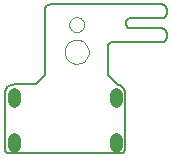
<source format=gbp>
G75*
G70*
%OFA0B0*%
%FSLAX24Y24*%
%IPPOS*%
%LPD*%
%AMOC8*
5,1,8,0,0,1.08239X$1,22.5*
%
%ADD10C,0.0050*%
%ADD11C,0.0000*%
%ADD12C,0.0004*%
%ADD13C,0.0433*%
D10*
X007438Y001887D02*
X007438Y003737D01*
X007440Y003771D01*
X007446Y003804D01*
X007455Y003836D01*
X007468Y003867D01*
X007484Y003897D01*
X007503Y003924D01*
X007526Y003949D01*
X007551Y003972D01*
X007578Y003991D01*
X007608Y004007D01*
X007639Y004020D01*
X007671Y004029D01*
X007704Y004035D01*
X007738Y004037D01*
X008481Y004037D01*
X008781Y004337D01*
X008781Y006554D01*
X008783Y006577D01*
X008788Y006600D01*
X008797Y006622D01*
X008810Y006642D01*
X008825Y006660D01*
X008843Y006675D01*
X008863Y006688D01*
X008885Y006697D01*
X008908Y006702D01*
X008931Y006704D01*
X012681Y006704D01*
X012704Y006702D01*
X012727Y006697D01*
X012749Y006688D01*
X012769Y006675D01*
X012787Y006660D01*
X012802Y006642D01*
X012815Y006622D01*
X012824Y006600D01*
X012829Y006577D01*
X012831Y006554D01*
X012831Y006404D01*
X012829Y006381D01*
X012824Y006358D01*
X012815Y006336D01*
X012802Y006316D01*
X012787Y006298D01*
X012769Y006283D01*
X012749Y006270D01*
X012727Y006261D01*
X012704Y006256D01*
X012681Y006254D01*
X011631Y006254D01*
X011608Y006252D01*
X011585Y006247D01*
X011563Y006238D01*
X011543Y006225D01*
X011525Y006210D01*
X011510Y006192D01*
X011497Y006172D01*
X011488Y006150D01*
X011483Y006127D01*
X011481Y006104D01*
X011481Y006054D01*
X011483Y006031D01*
X011488Y006008D01*
X011497Y005986D01*
X011510Y005966D01*
X011525Y005948D01*
X011543Y005933D01*
X011563Y005920D01*
X011585Y005911D01*
X011608Y005906D01*
X011631Y005904D01*
X012681Y005904D01*
X012704Y005902D01*
X012727Y005897D01*
X012749Y005888D01*
X012769Y005875D01*
X012787Y005860D01*
X012802Y005842D01*
X012815Y005822D01*
X012824Y005800D01*
X012829Y005777D01*
X012831Y005754D01*
X012831Y005604D01*
X012829Y005581D01*
X012824Y005558D01*
X012815Y005536D01*
X012802Y005516D01*
X012787Y005498D01*
X012769Y005483D01*
X012749Y005470D01*
X012727Y005461D01*
X012704Y005456D01*
X012681Y005454D01*
X011031Y005454D01*
X011008Y005452D01*
X010985Y005447D01*
X010963Y005438D01*
X010943Y005425D01*
X010925Y005410D01*
X010910Y005392D01*
X010897Y005372D01*
X010888Y005350D01*
X010883Y005327D01*
X010881Y005304D01*
X010881Y004337D01*
X011181Y004037D01*
X011182Y004037D02*
X011213Y004033D01*
X011243Y004025D01*
X011272Y004014D01*
X011300Y004000D01*
X011326Y003983D01*
X011351Y003963D01*
X011372Y003940D01*
X011391Y003915D01*
X011407Y003888D01*
X011420Y003860D01*
X011430Y003830D01*
X011436Y003800D01*
X011439Y003768D01*
X011438Y003737D01*
X011438Y001887D01*
X011436Y001864D01*
X011431Y001841D01*
X011422Y001819D01*
X011409Y001799D01*
X011394Y001781D01*
X011376Y001766D01*
X011356Y001753D01*
X011334Y001744D01*
X011311Y001739D01*
X011288Y001737D01*
X007588Y001737D01*
X007565Y001739D01*
X007542Y001744D01*
X007520Y001753D01*
X007500Y001766D01*
X007482Y001781D01*
X007467Y001799D01*
X007454Y001819D01*
X007445Y001841D01*
X007440Y001864D01*
X007438Y001887D01*
D11*
X009431Y005127D02*
X009433Y005167D01*
X009439Y005206D01*
X009449Y005245D01*
X009462Y005282D01*
X009480Y005318D01*
X009501Y005352D01*
X009525Y005384D01*
X009552Y005413D01*
X009582Y005440D01*
X009614Y005463D01*
X009649Y005483D01*
X009685Y005499D01*
X009723Y005512D01*
X009762Y005521D01*
X009801Y005526D01*
X009841Y005527D01*
X009881Y005524D01*
X009920Y005517D01*
X009958Y005506D01*
X009996Y005492D01*
X010031Y005473D01*
X010064Y005452D01*
X010096Y005427D01*
X010124Y005399D01*
X010150Y005369D01*
X010172Y005336D01*
X010191Y005301D01*
X010207Y005264D01*
X010219Y005226D01*
X010227Y005187D01*
X010231Y005147D01*
X010231Y005107D01*
X010227Y005067D01*
X010219Y005028D01*
X010207Y004990D01*
X010191Y004953D01*
X010172Y004918D01*
X010150Y004885D01*
X010124Y004855D01*
X010096Y004827D01*
X010064Y004802D01*
X010031Y004781D01*
X009996Y004762D01*
X009958Y004748D01*
X009920Y004737D01*
X009881Y004730D01*
X009841Y004727D01*
X009801Y004728D01*
X009762Y004733D01*
X009723Y004742D01*
X009685Y004755D01*
X009649Y004771D01*
X009614Y004791D01*
X009582Y004814D01*
X009552Y004841D01*
X009525Y004870D01*
X009501Y004902D01*
X009480Y004936D01*
X009462Y004972D01*
X009449Y005009D01*
X009439Y005048D01*
X009433Y005087D01*
X009431Y005127D01*
X009581Y006031D02*
X009583Y006062D01*
X009589Y006093D01*
X009599Y006123D01*
X009612Y006151D01*
X009629Y006178D01*
X009649Y006202D01*
X009672Y006224D01*
X009697Y006242D01*
X009725Y006257D01*
X009754Y006269D01*
X009784Y006277D01*
X009815Y006281D01*
X009847Y006281D01*
X009878Y006277D01*
X009908Y006269D01*
X009937Y006257D01*
X009965Y006242D01*
X009990Y006224D01*
X010013Y006202D01*
X010033Y006178D01*
X010050Y006151D01*
X010063Y006123D01*
X010073Y006093D01*
X010079Y006062D01*
X010081Y006031D01*
X010079Y006000D01*
X010073Y005969D01*
X010063Y005939D01*
X010050Y005911D01*
X010033Y005884D01*
X010013Y005860D01*
X009990Y005838D01*
X009965Y005820D01*
X009937Y005805D01*
X009908Y005793D01*
X009878Y005785D01*
X009847Y005781D01*
X009815Y005781D01*
X009784Y005785D01*
X009754Y005793D01*
X009725Y005805D01*
X009697Y005820D01*
X009672Y005838D01*
X009649Y005860D01*
X009629Y005884D01*
X009612Y005911D01*
X009599Y005939D01*
X009589Y005969D01*
X009583Y006000D01*
X009581Y006031D01*
D12*
X011030Y003733D02*
X011030Y003489D01*
X011031Y003489D02*
X011033Y003469D01*
X011038Y003450D01*
X011047Y003432D01*
X011059Y003416D01*
X011074Y003403D01*
X011091Y003392D01*
X011109Y003385D01*
X011129Y003381D01*
X011149Y003381D01*
X011169Y003385D01*
X011187Y003392D01*
X011204Y003403D01*
X011219Y003416D01*
X011231Y003432D01*
X011240Y003450D01*
X011245Y003469D01*
X011247Y003489D01*
X011247Y003733D01*
X011245Y003753D01*
X011240Y003772D01*
X011231Y003790D01*
X011219Y003806D01*
X011204Y003819D01*
X011187Y003830D01*
X011169Y003837D01*
X011149Y003841D01*
X011129Y003841D01*
X011109Y003837D01*
X011091Y003830D01*
X011074Y003819D01*
X011059Y003806D01*
X011047Y003790D01*
X011038Y003772D01*
X011033Y003753D01*
X011031Y003733D01*
X011030Y002237D02*
X011030Y001993D01*
X011031Y001993D02*
X011033Y001973D01*
X011038Y001954D01*
X011047Y001936D01*
X011059Y001920D01*
X011074Y001907D01*
X011091Y001896D01*
X011109Y001889D01*
X011129Y001885D01*
X011149Y001885D01*
X011169Y001889D01*
X011187Y001896D01*
X011204Y001907D01*
X011219Y001920D01*
X011231Y001936D01*
X011240Y001954D01*
X011245Y001973D01*
X011247Y001993D01*
X011247Y002237D01*
X011245Y002257D01*
X011240Y002276D01*
X011231Y002294D01*
X011219Y002310D01*
X011204Y002323D01*
X011187Y002334D01*
X011169Y002341D01*
X011149Y002345D01*
X011129Y002345D01*
X011109Y002341D01*
X011091Y002334D01*
X011074Y002323D01*
X011059Y002310D01*
X011047Y002294D01*
X011038Y002276D01*
X011033Y002257D01*
X011031Y002237D01*
X007845Y002237D02*
X007845Y001993D01*
X007843Y001973D01*
X007838Y001954D01*
X007829Y001936D01*
X007817Y001920D01*
X007802Y001907D01*
X007785Y001896D01*
X007767Y001889D01*
X007747Y001885D01*
X007727Y001885D01*
X007707Y001889D01*
X007689Y001896D01*
X007672Y001907D01*
X007657Y001920D01*
X007645Y001936D01*
X007636Y001954D01*
X007631Y001973D01*
X007629Y001993D01*
X007629Y002237D01*
X007631Y002257D01*
X007636Y002276D01*
X007645Y002294D01*
X007657Y002310D01*
X007672Y002323D01*
X007689Y002334D01*
X007707Y002341D01*
X007727Y002345D01*
X007747Y002345D01*
X007767Y002341D01*
X007785Y002334D01*
X007802Y002323D01*
X007817Y002310D01*
X007829Y002294D01*
X007838Y002276D01*
X007843Y002257D01*
X007845Y002237D01*
X007845Y003489D02*
X007845Y003733D01*
X007843Y003753D01*
X007838Y003772D01*
X007829Y003790D01*
X007817Y003806D01*
X007802Y003819D01*
X007785Y003830D01*
X007767Y003837D01*
X007747Y003841D01*
X007727Y003841D01*
X007707Y003837D01*
X007689Y003830D01*
X007672Y003819D01*
X007657Y003806D01*
X007645Y003790D01*
X007636Y003772D01*
X007631Y003753D01*
X007629Y003733D01*
X007629Y003489D01*
X007631Y003469D01*
X007636Y003450D01*
X007645Y003432D01*
X007657Y003416D01*
X007672Y003403D01*
X007689Y003392D01*
X007707Y003385D01*
X007727Y003381D01*
X007747Y003381D01*
X007767Y003385D01*
X007785Y003392D01*
X007802Y003403D01*
X007817Y003416D01*
X007829Y003432D01*
X007838Y003450D01*
X007843Y003469D01*
X007845Y003489D01*
D13*
X007737Y003491D02*
X007737Y003491D01*
X007737Y003727D01*
X007737Y003727D01*
X007737Y003491D01*
X007737Y001995D02*
X007737Y001995D01*
X007737Y002231D01*
X007737Y002231D01*
X007737Y001995D01*
X011139Y001995D02*
X011139Y001995D01*
X011139Y002231D01*
X011139Y002231D01*
X011139Y001995D01*
X011139Y003491D02*
X011139Y003491D01*
X011139Y003727D01*
X011139Y003727D01*
X011139Y003491D01*
M02*

</source>
